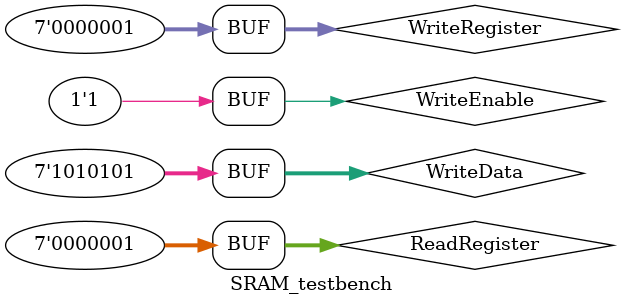
<source format=sv>
module SRAM (ReadData, ReadRegister, WriteRegister, WriteData, WriteEnable);
	input [6:0] ReadRegister, WriteRegister, WriteData;
	input WriteEnable;
	output [6:0] ReadData;
	
	parameter WIDTH = 128;
	parameter WORD_BIT_SIZE = 8;
	
	// initialize registers of selected depth and word size
	reg [(WORD_BIT_SIZE-1):0] SRAM [(WIDTH-1):0];
	
	// enable activated write to selected register
	always @ (*)
   if (WriteEnable) begin
		SRAM[WriteRegister] = WriteData;
   end  
	
	// Hardwire read value to selected read register
	assign ReadData = SRAM[ReadRegister];
endmodule

module SRAM_testbench();
	reg [6:0] ReadRegister, WriteRegister, WriteData;
	reg WriteEnable;
	wire [6:0] ReadData;
	
	parameter t = 10;
	
	SRAM ram (.ReadData, .ReadRegister, .WriteRegister, .WriteData, .WriteEnable);
		
	initial begin
		ReadRegister = 7'b0000000;
		WriteRegister = 7'b0000000;
		WriteData = 7'b0000000;
		WriteEnable = 1;
		#(20*t);
		ReadRegister = 7'b0000001;
		#(20*t);
		WriteRegister = 7'b0000001;
		WriteData = 7'b1111111;
		#(20*t);
		WriteEnable = 0;
		WriteData = 7'b1010101;
		#(20*t);
		WriteEnable = 1;
		#(20*t);
	end
endmodule 
</source>
